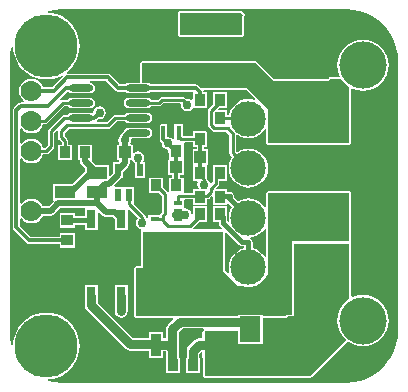
<source format=gtl>
%FSLAX25Y25*%
%MOIN*%
G70*
G01*
G75*
G04 Layer_Physical_Order=1*
G04 Layer_Color=255*
%ADD10R,0.05315X0.04528*%
%ADD11R,0.03150X0.05906*%
%ADD12R,0.03937X0.03937*%
%ADD13R,0.03543X0.03937*%
%ADD14R,0.03150X0.01181*%
%ADD15R,0.07000X0.08500*%
%ADD16R,0.03937X0.03543*%
%ADD17R,0.03740X0.07480*%
%ADD18R,0.26772X0.27165*%
%ADD19R,0.03937X0.03937*%
%ADD20R,0.09449X0.12992*%
%ADD21R,0.09449X0.03937*%
%ADD22O,0.08268X0.02362*%
%ADD23R,0.06693X0.04134*%
%ADD24R,0.02165X0.04134*%
%ADD25R,0.01575X0.04921*%
%ADD26R,0.04528X0.05315*%
%ADD27C,0.01000*%
%ADD28C,0.01200*%
%ADD29C,0.01500*%
%ADD30C,0.03000*%
%ADD31C,0.02500*%
%ADD32C,0.02000*%
%ADD33C,0.07000*%
%ADD34C,0.21000*%
%ADD35C,0.11811*%
%ADD36C,0.15748*%
%ADD37C,0.03000*%
G36*
X73351Y39136D02*
Y29793D01*
X72865Y29672D01*
X72782Y29829D01*
X71969Y30819D01*
X70978Y31632D01*
X69848Y32236D01*
X68723Y32578D01*
Y34554D01*
X68618Y35080D01*
X68320Y35527D01*
X67940Y35781D01*
X68061Y36266D01*
X68622Y36321D01*
X69848Y36693D01*
X70978Y37297D01*
X71969Y38110D01*
X72782Y39101D01*
X72865Y39257D01*
X73351Y39136D01*
D02*
G37*
G36*
X55475Y49635D02*
Y47131D01*
X60218D01*
Y47261D01*
X60680Y47452D01*
X61861Y46271D01*
X61307Y45234D01*
X60935Y44008D01*
X60809Y42732D01*
X60931Y41499D01*
X60699Y41390D01*
X60276Y41657D01*
Y42946D01*
X60218Y43240D01*
Y46569D01*
X55475D01*
Y41431D01*
X57524D01*
Y40918D01*
X57628Y40391D01*
X57927Y39945D01*
X58443Y39428D01*
X58252Y38966D01*
X49205D01*
X49014Y39428D01*
X51018Y41431D01*
X53525D01*
Y46569D01*
X48782D01*
Y44035D01*
X48284Y43986D01*
X48178Y44519D01*
X47714Y45214D01*
X47019Y45678D01*
X46200Y45841D01*
X46013Y45994D01*
Y46015D01*
X46013Y46015D01*
D01*
D01*
X46013Y46191D01*
Y46213D01*
Y46279D01*
X46013Y46369D01*
D01*
X46013Y46544D01*
X46013Y46544D01*
X46013D01*
Y48750D01*
D01*
Y48750D01*
X46142Y48878D01*
X48782D01*
Y47131D01*
X53525D01*
Y48504D01*
X53600Y48878D01*
X54029Y48964D01*
X54393Y49207D01*
X55013Y49827D01*
X55475Y49635D01*
D02*
G37*
G36*
X64291Y33580D02*
X64738Y33282D01*
X65264Y33177D01*
X65264Y33177D01*
X65970D01*
Y32578D01*
X64845Y32236D01*
X63715Y31632D01*
X62724Y30819D01*
X61911Y29829D01*
X61307Y28699D01*
X60935Y27472D01*
X60809Y26197D01*
X60935Y24922D01*
X61045Y24559D01*
X60616Y24302D01*
X59486Y25433D01*
Y37732D01*
X59948Y37924D01*
X64291Y33580D01*
D02*
G37*
G36*
X101000Y15665D02*
X100805Y15560D01*
X99514Y14501D01*
X98456Y13211D01*
X97669Y11739D01*
X97184Y10142D01*
X97020Y8480D01*
X97184Y6819D01*
X97669Y5222D01*
X98456Y3750D01*
X99514Y2459D01*
X99746Y2269D01*
X99770Y1770D01*
X88000Y-10000D01*
X53000D01*
Y5000D01*
X63900D01*
Y650D01*
X72100D01*
Y9351D01*
X79900D01*
X80359Y9541D01*
X80425Y9701D01*
X82000D01*
X82459Y9891D01*
X82649Y10350D01*
Y34000D01*
X101000D01*
Y15665D01*
D02*
G37*
G36*
Y35000D02*
X82000D01*
Y10350D01*
X79900D01*
Y10000D01*
X72100D01*
Y10350D01*
X63900D01*
Y10141D01*
X44500D01*
X43790Y10000D01*
X30000D01*
Y26000D01*
X58000D01*
X64000Y20000D01*
X65364D01*
X66071Y19785D01*
X67347Y19660D01*
X68622Y19785D01*
X69329Y20000D01*
X70000D01*
X70513Y20513D01*
X70978Y20762D01*
X71969Y21575D01*
X72782Y22565D01*
X73031Y23031D01*
X74000Y24000D01*
Y51000D01*
X101000D01*
Y35000D01*
D02*
G37*
G36*
X102250Y112090D02*
X104461Y111650D01*
X106596Y110925D01*
X108618Y109928D01*
X110493Y108675D01*
X112188Y107188D01*
X113675Y105493D01*
X114928Y103619D01*
X115925Y101596D01*
X116650Y99461D01*
X117089Y97250D01*
X117233Y95054D01*
X117226Y95000D01*
X117226Y95000D01*
Y5000D01*
X117233Y4946D01*
X117089Y2750D01*
X116650Y539D01*
X115925Y-1596D01*
X114928Y-3618D01*
X113675Y-5493D01*
X112188Y-7188D01*
X110493Y-8675D01*
X108618Y-9928D01*
X106596Y-10925D01*
X104461Y-11650D01*
X102250Y-12089D01*
X100054Y-12233D01*
X100000Y-12226D01*
X100000Y-12226D01*
X5000D01*
X5000Y-12226D01*
X4946Y-12233D01*
X2750Y-12089D01*
X539Y-11650D01*
X380Y-11596D01*
X442Y-11100D01*
X1742Y-10997D01*
X3441Y-10589D01*
X5055Y-9921D01*
X6545Y-9008D01*
X7873Y-7873D01*
X9008Y-6545D01*
X9921Y-5055D01*
X10589Y-3441D01*
X10997Y-1742D01*
X11134Y0D01*
X10997Y1742D01*
X10589Y3441D01*
X9921Y5055D01*
X9008Y6545D01*
X7873Y7873D01*
X6545Y9008D01*
X5055Y9921D01*
X3441Y10589D01*
X1742Y10997D01*
X0Y11134D01*
X-1742Y10997D01*
X-3441Y10589D01*
X-5055Y9921D01*
X-6545Y9008D01*
X-7873Y7873D01*
X-9008Y6545D01*
X-9921Y5055D01*
X-10589Y3441D01*
X-10997Y1742D01*
X-11100Y442D01*
X-11596Y380D01*
X-11650Y539D01*
X-12089Y2750D01*
X-12233Y4946D01*
X-12226Y5000D01*
Y95000D01*
X-12226Y95000D01*
X-12233Y95054D01*
X-12089Y97250D01*
X-11650Y99461D01*
X-11596Y99620D01*
X-11100Y99558D01*
X-10997Y98258D01*
X-10589Y96559D01*
X-9921Y94945D01*
X-9008Y93455D01*
X-7873Y92127D01*
X-6545Y90992D01*
X-5055Y90079D01*
X-3441Y89411D01*
X-1742Y89003D01*
X0Y88866D01*
X1742Y89003D01*
X3441Y89411D01*
X5055Y90079D01*
X5292Y90225D01*
X5602Y89832D01*
X1993Y86224D01*
X-1069D01*
X-1419Y87068D01*
X-2076Y87924D01*
X-2932Y88581D01*
X-3930Y88994D01*
X-5000Y89135D01*
X-6070Y88994D01*
X-7068Y88581D01*
X-7924Y87924D01*
X-8581Y87068D01*
X-8995Y86070D01*
X-9135Y85000D01*
X-8995Y83930D01*
X-8581Y82932D01*
X-7924Y82076D01*
X-7430Y81697D01*
X-7591Y81223D01*
X-8500D01*
X-8968Y81130D01*
X-9365Y80865D01*
X-10865Y79365D01*
X-11130Y78968D01*
X-11224Y78500D01*
Y39500D01*
X-11224Y39500D01*
X-11224D01*
X-11130Y39032D01*
X-10865Y38635D01*
X-6519Y34288D01*
X-6122Y34023D01*
X-5654Y33930D01*
X4431D01*
Y32782D01*
X9568D01*
Y37525D01*
X4431D01*
Y36377D01*
X-5147D01*
X-8777Y40007D01*
Y42409D01*
X-8303Y42570D01*
X-7924Y42076D01*
X-7068Y41419D01*
X-6070Y41006D01*
X-5000Y40865D01*
X-3930Y41006D01*
X-2932Y41419D01*
X-2076Y42076D01*
X-1419Y42932D01*
X-1238Y43369D01*
X1500D01*
X2124Y43493D01*
X2654Y43846D01*
X4676Y45869D01*
X12825D01*
Y45848D01*
X12825D01*
Y43223D01*
X9568D01*
Y44218D01*
X4431D01*
Y39475D01*
X9568D01*
Y40470D01*
X12825D01*
Y38743D01*
X17175D01*
Y44365D01*
X17637Y44556D01*
X18846Y43347D01*
X19376Y42993D01*
X20000Y42869D01*
X22120D01*
X22825Y42163D01*
Y38743D01*
X27175D01*
Y45486D01*
X27637Y45677D01*
X30514Y42800D01*
X30486Y42514D01*
X30022Y41819D01*
X29859Y41000D01*
X30022Y40181D01*
X30486Y39486D01*
X31181Y39022D01*
X31514Y38956D01*
Y26649D01*
X30000D01*
X29541Y26459D01*
X29351Y26000D01*
Y10000D01*
X29541Y9541D01*
X30000Y9351D01*
X42169D01*
X42361Y8889D01*
X40486Y7014D01*
X40022Y6319D01*
X39859Y5500D01*
Y2515D01*
X38994D01*
Y4714D01*
X34054D01*
Y2641D01*
X28887D01*
X17175Y14353D01*
Y20257D01*
X12825D01*
Y13152D01*
X12928D01*
X13022Y12681D01*
X13486Y11986D01*
X26486Y-1014D01*
X27181Y-1478D01*
X28000Y-1641D01*
X34054D01*
Y-3966D01*
X38994D01*
Y-1767D01*
X39739D01*
X39859Y-1887D01*
Y-3932D01*
X39782D01*
Y-9069D01*
X44525D01*
Y-3932D01*
X44141D01*
Y-1000D01*
Y4613D01*
X45387Y5859D01*
X52256D01*
X52534Y5443D01*
X52351Y5000D01*
Y4714D01*
X52006D01*
Y2515D01*
X50874D01*
X50055Y2352D01*
X49360Y1888D01*
X47332Y-140D01*
X46868Y-834D01*
X46705Y-1654D01*
Y-3932D01*
X46475D01*
Y-9069D01*
X51218D01*
Y-3932D01*
X50988D01*
Y-2540D01*
X51544Y-1984D01*
X52006Y-2175D01*
Y-3966D01*
X52351D01*
Y-10000D01*
X52541Y-10459D01*
X53000Y-10649D01*
X88000D01*
X88459Y-10459D01*
X100229Y1311D01*
X100236Y1327D01*
X100251Y1334D01*
X100251Y1334D01*
X100550Y1609D01*
D01*
D01*
D01*
Y1609D01*
X100805Y1400D01*
X102277Y613D01*
X103874Y129D01*
X105535Y-35D01*
X107197Y129D01*
X108794Y613D01*
X110266Y1400D01*
X111556Y2459D01*
X112615Y3750D01*
X113402Y5222D01*
X113887Y6819D01*
X114050Y8480D01*
X113887Y10142D01*
X113402Y11739D01*
X112615Y13211D01*
X111556Y14501D01*
X110266Y15560D01*
X108794Y16347D01*
X107197Y16832D01*
X105535Y16995D01*
X103874Y16832D01*
X102277Y16347D01*
X102078Y16241D01*
X101649Y16498D01*
Y34000D01*
X101459Y34459D01*
D01*
X101459Y34459D01*
Y34541D01*
X101459D01*
X101649Y35000D01*
Y51000D01*
X101459Y51459D01*
X101000Y51649D01*
X74000D01*
X73541Y51459D01*
X73351Y51000D01*
Y46329D01*
X72865Y46207D01*
X72782Y46364D01*
X71969Y47355D01*
X70978Y48168D01*
X69848Y48772D01*
X68622Y49144D01*
X67347Y49269D01*
X66071Y49144D01*
X64845Y48772D01*
X63808Y48217D01*
X62384Y49641D01*
X62455Y50000D01*
X62350Y50527D01*
X62052Y50973D01*
X61606Y51272D01*
X61079Y51376D01*
X60218D01*
Y52268D01*
X56808D01*
X56617Y52730D01*
X57293Y53407D01*
X57293Y53407D01*
X57536Y53771D01*
X57622Y54200D01*
X57622Y54200D01*
Y55032D01*
X60218D01*
Y60168D01*
X55475D01*
Y56699D01*
X55464Y56683D01*
X55378Y56253D01*
X55378Y56253D01*
Y54665D01*
X54995Y54281D01*
X54517Y54426D01*
X54478Y54619D01*
X54014Y55314D01*
X53622Y55576D01*
Y55654D01*
X53536Y56083D01*
X53525Y56099D01*
Y60168D01*
D01*
Y60168D01*
X53788Y60431D01*
X53919D01*
Y65569D01*
X52574D01*
Y66431D01*
X53525D01*
Y71569D01*
X48782D01*
Y70122D01*
X45465D01*
X45446Y70140D01*
Y74116D01*
X42672D01*
Y69041D01*
X42193Y68896D01*
X42114Y69014D01*
X41419Y69478D01*
X40600Y69641D01*
X40328Y69864D01*
Y74116D01*
X37554D01*
Y67994D01*
X38163D01*
X38480Y67608D01*
X38459Y67500D01*
X38622Y66681D01*
X39086Y65986D01*
X39781Y65522D01*
X40600Y65359D01*
X40975Y63475D01*
Y62432D01*
X40975D01*
Y62422D01*
X40621Y62068D01*
X40581D01*
Y56932D01*
X41926D01*
Y56068D01*
X40975D01*
Y51364D01*
X40496Y51219D01*
X40447Y51293D01*
X39025Y52715D01*
Y56068D01*
X34282D01*
Y50932D01*
X37636D01*
X38532Y50035D01*
Y44618D01*
X38107Y44193D01*
X37864Y43829D01*
X37824Y43632D01*
X33987D01*
Y42830D01*
X33562Y42546D01*
X33122Y42782D01*
Y42900D01*
X33122Y42900D01*
X33036Y43329D01*
X32793Y43693D01*
X32793Y43693D01*
X29038Y47448D01*
X29183Y47798D01*
X29183D01*
X29183Y47798D01*
Y53132D01*
X25817D01*
D01*
D01*
X25817Y53132D01*
X25442D01*
Y53132D01*
X22835D01*
X22644Y53593D01*
X24913Y55863D01*
X24917Y55869D01*
X25442D01*
Y57911D01*
X27303Y59772D01*
X27657Y60301D01*
X27781Y60925D01*
X27781Y60925D01*
X27781Y60925D01*
Y60925D01*
Y61932D01*
X28555D01*
X28986Y61286D01*
X29378Y61024D01*
Y59276D01*
X29378Y59276D01*
X29464Y58846D01*
X29557Y58706D01*
Y55869D01*
X32923D01*
Y61202D01*
X32489D01*
X32253Y61643D01*
X32478Y61981D01*
X32641Y62800D01*
X32478Y63619D01*
X32014Y64314D01*
X31319Y64778D01*
X30500Y64941D01*
X29681Y64778D01*
X29159Y64430D01*
X28718Y64665D01*
Y67068D01*
X28249D01*
X28013Y67510D01*
X28128Y67681D01*
X28291Y68500D01*
X28232Y68797D01*
X28549Y69184D01*
X33500D01*
X34195Y69322D01*
X34784Y69716D01*
X35178Y70305D01*
X35316Y71000D01*
X35178Y71695D01*
X34784Y72284D01*
X34195Y72678D01*
X33500Y72816D01*
X27595D01*
X26899Y72678D01*
X26310Y72284D01*
X25975Y71782D01*
X24996Y70803D01*
X24642Y70274D01*
X24572Y69918D01*
X24171Y69319D01*
X24009Y68500D01*
X24171Y67681D01*
X24286Y67510D01*
X24050Y67068D01*
X23581D01*
Y61932D01*
X24195D01*
X24325Y61618D01*
X24048Y61202D01*
X22077D01*
Y57641D01*
X21223Y56787D01*
X20761Y56979D01*
Y60415D01*
X16455D01*
X15136Y61734D01*
X15218Y61932D01*
X15218D01*
X15218Y61932D01*
Y67068D01*
X10475D01*
Y61932D01*
X11215D01*
Y61717D01*
X11339Y61092D01*
X11693Y60563D01*
X12868Y59387D01*
Y58176D01*
X8611Y53918D01*
X2239D01*
Y48584D01*
X2239Y48584D01*
X2239D01*
X2396Y48203D01*
X824Y46631D01*
X-1238D01*
X-1419Y47068D01*
X-2076Y47924D01*
X-2932Y48581D01*
X-3930Y48994D01*
X-5000Y49135D01*
X-6070Y48994D01*
X-7068Y48581D01*
X-7924Y47924D01*
X-8303Y47430D01*
X-8777Y47591D01*
Y62409D01*
X-8303Y62570D01*
X-7924Y62076D01*
X-7068Y61419D01*
X-6070Y61006D01*
X-5000Y60865D01*
X-3930Y61006D01*
X-2932Y61419D01*
X-2076Y62076D01*
X-1419Y62932D01*
X-1027Y63878D01*
X-0D01*
X0Y63878D01*
X429Y63964D01*
X793Y64207D01*
X2293Y65707D01*
X2536Y66071D01*
X2622Y66500D01*
X2622Y66500D01*
Y71035D01*
X3466Y71880D01*
X3907Y71644D01*
X3878Y71500D01*
X3878Y71500D01*
Y69500D01*
X3878Y69500D01*
X3964Y69071D01*
X4207Y68707D01*
X5032Y67882D01*
Y67068D01*
X3782D01*
Y61932D01*
X8525D01*
Y67068D01*
X7275D01*
Y68346D01*
X7275Y68347D01*
X7190Y68776D01*
X6947Y69139D01*
X6947Y69139D01*
X6121Y69965D01*
Y71035D01*
X7465Y72378D01*
X20500D01*
X20500Y72378D01*
X20929Y72464D01*
X21293Y72707D01*
X23465Y74878D01*
X26202D01*
X26310Y74716D01*
X26899Y74322D01*
X27595Y74184D01*
X33500D01*
X34195Y74322D01*
X34784Y74716D01*
X35178Y75305D01*
X35316Y76000D01*
X35178Y76695D01*
X34784Y77284D01*
X34195Y77678D01*
X33500Y77816D01*
X27595D01*
X26899Y77678D01*
X26310Y77284D01*
X26202Y77122D01*
X23000D01*
X22571Y77036D01*
X22207Y76793D01*
X22207Y76793D01*
X20035Y74622D01*
X16958D01*
X16813Y75100D01*
X16865Y75135D01*
X17357Y75627D01*
X17700Y75559D01*
X18519Y75722D01*
X19214Y76186D01*
X19678Y76881D01*
X19841Y77700D01*
X19678Y78519D01*
X19214Y79214D01*
X18519Y79678D01*
X17700Y79841D01*
X16881Y79678D01*
X16186Y79214D01*
X15722Y78519D01*
X15589Y77851D01*
X15127Y77660D01*
X15100Y77678D01*
X14405Y77816D01*
X8500D01*
X7805Y77678D01*
X7216Y77284D01*
X7107Y77122D01*
X6000D01*
X6000Y77122D01*
X5571Y77036D01*
X5207Y76793D01*
X5207Y76793D01*
X707Y72293D01*
X464Y71929D01*
X378Y71500D01*
X378Y71500D01*
Y66965D01*
X-465Y66122D01*
X-1027D01*
X-1419Y67068D01*
X-2076Y67924D01*
X-2932Y68581D01*
X-3930Y68994D01*
X-5000Y69135D01*
X-6070Y68994D01*
X-7068Y68581D01*
X-7924Y67924D01*
X-8303Y67430D01*
X-8777Y67591D01*
Y72409D01*
X-8303Y72570D01*
X-7924Y72076D01*
X-7068Y71419D01*
X-6070Y71005D01*
X-5000Y70865D01*
X-3930Y71005D01*
X-2932Y71419D01*
X-2076Y72076D01*
X-1419Y72932D01*
X-1027Y73878D01*
X-500D01*
X-500Y73878D01*
X-71Y73964D01*
X293Y74207D01*
X5965Y79878D01*
X7107D01*
X7216Y79716D01*
X7805Y79322D01*
X8500Y79184D01*
X14405D01*
X15100Y79322D01*
X15690Y79716D01*
X16083Y80305D01*
X16221Y81000D01*
X16083Y81695D01*
X15690Y82284D01*
X15100Y82678D01*
X14405Y82816D01*
X8500D01*
X7805Y82678D01*
X7216Y82284D01*
X7107Y82122D01*
X5500D01*
X5500Y82122D01*
X5071Y82036D01*
X4768Y81834D01*
X4450Y82220D01*
X6403Y84173D01*
X7216Y84716D01*
X7805Y84322D01*
X8500Y84184D01*
X14405D01*
X15100Y84322D01*
X15690Y84716D01*
X16083Y85305D01*
X16221Y86000D01*
X16083Y86695D01*
X15690Y87284D01*
X15100Y87678D01*
X14592Y87779D01*
X14641Y88276D01*
X19993D01*
X23135Y85135D01*
X23532Y84870D01*
X24000Y84777D01*
X26270D01*
X26310Y84716D01*
X26899Y84322D01*
X27595Y84184D01*
X33500D01*
X34195Y84322D01*
X34784Y84716D01*
X34825Y84777D01*
X48782D01*
Y84569D01*
X48782D01*
Y82265D01*
X48341Y82030D01*
X47819Y82378D01*
X47000Y82541D01*
X46621Y82466D01*
X46293Y82793D01*
X45929Y83036D01*
X45500Y83122D01*
X45500Y83122D01*
X38500D01*
X38071Y83036D01*
X37707Y82793D01*
X37707Y82793D01*
X37035Y82122D01*
X34893D01*
X34784Y82284D01*
X34195Y82678D01*
X33500Y82816D01*
X27595D01*
X26899Y82678D01*
X26310Y82284D01*
X25917Y81695D01*
X25778Y81000D01*
X25917Y80305D01*
X26310Y79716D01*
X26899Y79322D01*
X27595Y79184D01*
X33500D01*
X34195Y79322D01*
X34784Y79716D01*
X34893Y79878D01*
X37500D01*
X37500Y79878D01*
X37929Y79964D01*
X38293Y80207D01*
X38965Y80878D01*
X44560D01*
X44877Y80492D01*
X44859Y80400D01*
X45022Y79581D01*
X45486Y78886D01*
X46181Y78422D01*
X47000Y78259D01*
X47819Y78422D01*
X48514Y78886D01*
X48878Y79431D01*
X53525D01*
Y84569D01*
X52574D01*
X52360Y85021D01*
X52631Y85351D01*
X66731D01*
X69682Y82400D01*
X69425Y81971D01*
X68622Y82214D01*
X67347Y82340D01*
X66071Y82214D01*
X64845Y81842D01*
X63715Y81239D01*
X62724Y80426D01*
X61911Y79435D01*
X61307Y78305D01*
X60948Y77122D01*
X60218D01*
Y78569D01*
X57359D01*
X57167Y79030D01*
X57568Y79431D01*
X60218D01*
Y84569D01*
X55475D01*
Y80510D01*
X54182Y79217D01*
X53939Y78853D01*
X53853Y78424D01*
X53853Y78424D01*
Y73551D01*
X53853Y73551D01*
X53939Y73122D01*
X54182Y72758D01*
X55232Y71707D01*
X55232Y71707D01*
X55596Y71464D01*
X56025Y71378D01*
X56025Y71378D01*
X59935D01*
X61021Y70293D01*
Y64472D01*
X61021Y64472D01*
X61106Y64043D01*
X61349Y63679D01*
X62009Y63019D01*
X61911Y62900D01*
X61307Y61769D01*
X60935Y60543D01*
X60809Y59268D01*
X60935Y57992D01*
X61307Y56766D01*
X61911Y55636D01*
X62724Y54645D01*
X63715Y53832D01*
X64845Y53228D01*
X66071Y52856D01*
X67347Y52731D01*
X68622Y52856D01*
X69848Y53228D01*
X70978Y53832D01*
X71969Y54645D01*
X72782Y55636D01*
X73386Y56766D01*
X73758Y57992D01*
X73883Y59268D01*
X73758Y60543D01*
X73386Y61769D01*
X72782Y62900D01*
X71969Y63890D01*
X70978Y64703D01*
X69848Y65307D01*
X68622Y65679D01*
X67347Y65805D01*
X66071Y65679D01*
X64845Y65307D01*
X63715Y64703D01*
X63595Y64605D01*
X63264Y64937D01*
Y70155D01*
X63715Y70368D01*
X64845Y69764D01*
X66071Y69392D01*
X67347Y69266D01*
X68622Y69392D01*
X69848Y69764D01*
X70978Y70368D01*
X71969Y71181D01*
X72782Y72171D01*
X72865Y72328D01*
X73351Y72207D01*
Y67649D01*
X73541Y67190D01*
X74000Y67000D01*
X101000D01*
X101459Y67190D01*
X101649Y67649D01*
Y85502D01*
X102078Y85759D01*
X102277Y85653D01*
X103874Y85168D01*
X105535Y85005D01*
X107197Y85168D01*
X108794Y85653D01*
X110266Y86440D01*
X111556Y87499D01*
X112615Y88789D01*
X113402Y90261D01*
X113887Y91859D01*
X114050Y93520D01*
X113887Y95181D01*
X113402Y96778D01*
X112615Y98250D01*
X111556Y99541D01*
X110266Y100600D01*
X108794Y101386D01*
X107197Y101871D01*
X105535Y102035D01*
X103874Y101871D01*
X102277Y101386D01*
X100805Y100600D01*
X99514Y99541D01*
X98456Y98250D01*
X97669Y96778D01*
X97184Y95181D01*
X97020Y93520D01*
X97184Y91859D01*
X97669Y90261D01*
X97766Y90078D01*
X97509Y89649D01*
X94649D01*
X94530Y89600D01*
X94401D01*
X94310Y89509D01*
X94190Y89459D01*
X94141Y89340D01*
X94049Y89249D01*
X94000Y89129D01*
Y89000D01*
X76000D01*
X75909Y89091D01*
X70190Y94810D01*
X69731Y95000D01*
X32000D01*
X31541Y94810D01*
X31351Y94351D01*
Y87816D01*
X27595D01*
X26899Y87678D01*
X26310Y87284D01*
X26270Y87224D01*
X24507D01*
X21365Y90365D01*
X20968Y90630D01*
X20500Y90724D01*
X7000D01*
X6967Y90717D01*
X6749Y91167D01*
X7873Y92127D01*
X9008Y93455D01*
X9921Y94945D01*
X10589Y96559D01*
X10997Y98258D01*
X11134Y100000D01*
X10997Y101742D01*
X10589Y103441D01*
X9921Y105055D01*
X9008Y106545D01*
X7873Y107873D01*
X6545Y109008D01*
X5055Y109921D01*
X3441Y110589D01*
X1742Y110997D01*
X442Y111100D01*
X380Y111596D01*
X539Y111650D01*
X2750Y112090D01*
X4946Y112233D01*
X5000Y112226D01*
X100000D01*
X100054Y112233D01*
X102250Y112090D01*
D02*
G37*
G36*
X75541Y88541D02*
X76000Y88351D01*
X94000D01*
X94459Y88541D01*
X94649Y89000D01*
X98343D01*
X98456Y88789D01*
X99514Y87499D01*
X100805Y86440D01*
X101000Y86335D01*
Y67649D01*
X74000D01*
Y79000D01*
X67000Y86000D01*
X51530D01*
X50665Y86865D01*
X50268Y87130D01*
X49800Y87224D01*
X34825D01*
X34784Y87284D01*
X34195Y87678D01*
X33500Y87816D01*
X32000D01*
Y94351D01*
X69731D01*
X75541Y88541D01*
D02*
G37*
G36*
X48782Y66431D02*
X50127D01*
Y65569D01*
X48782D01*
Y60431D01*
D01*
D01*
X48782Y60431D01*
X48782Y60168D01*
X48782D01*
Y55032D01*
X50301D01*
X50522Y54619D01*
X50359Y53800D01*
X50522Y52981D01*
X50703Y52710D01*
X50467Y52268D01*
X48782D01*
Y51122D01*
X45718D01*
Y56068D01*
X44373D01*
Y56932D01*
X45718D01*
Y62068D01*
D01*
Y62068D01*
X45718Y62068D01*
Y62432D01*
X45718D01*
Y67568D01*
D01*
Y67568D01*
X46028Y67878D01*
X48782D01*
Y66431D01*
D02*
G37*
%LPC*%
G36*
X27175Y20257D02*
X22825D01*
Y13152D01*
X22859D01*
Y11500D01*
X23022Y10681D01*
X23486Y9986D01*
X24181Y9522D01*
X25000Y9359D01*
X25819Y9522D01*
X26514Y9986D01*
X26978Y10681D01*
X27141Y11500D01*
Y13152D01*
X27175D01*
Y20257D01*
D02*
G37*
G36*
X65000Y111649D02*
X44572D01*
X44452Y111600D01*
X44323D01*
X44232Y111509D01*
X44113Y111459D01*
X44063Y111340D01*
X43972Y111249D01*
X43780Y110787D01*
Y110657D01*
X43731Y110538D01*
X43780Y110419D01*
Y110290D01*
X43859Y110211D01*
X43909Y110091D01*
X44000Y110000D01*
Y109871D01*
Y103649D01*
X44190Y103190D01*
X44649Y103000D01*
X65351D01*
X65810Y103190D01*
X66000Y103649D01*
Y109871D01*
Y110000D01*
X66091Y110091D01*
X66141Y110211D01*
Y110340D01*
X66190Y110459D01*
X66141Y110579D01*
Y110708D01*
X66049Y110799D01*
X66000Y110918D01*
X65459Y111459D01*
X65000Y111649D01*
D02*
G37*
%LPD*%
G36*
X65541Y110459D02*
X65351Y110000D01*
Y103649D01*
X44649D01*
Y110000D01*
X44515Y110325D01*
X44459Y110459D01*
X44380Y110538D01*
X44572Y111000D01*
X65000D01*
X65541Y110459D01*
D02*
G37*
D10*
X36129Y99142D02*
D03*
Y91858D02*
D03*
X43613Y99142D02*
D03*
Y91858D02*
D03*
D11*
X25000Y42295D02*
D03*
X15000D02*
D03*
X25000Y16705D02*
D03*
X15000D02*
D03*
D12*
X51350Y63000D02*
D03*
X57650D02*
D03*
X43150Y59500D02*
D03*
X36850D02*
D03*
X19850Y64500D02*
D03*
X26150D02*
D03*
D13*
X51154Y69000D02*
D03*
X57846D02*
D03*
X57846Y57600D02*
D03*
X51153D02*
D03*
X51154Y49700D02*
D03*
X57846D02*
D03*
X48846Y-6500D02*
D03*
X42153D02*
D03*
X43346Y65000D02*
D03*
X36654D02*
D03*
X36654Y53500D02*
D03*
X43347D02*
D03*
X51154Y44000D02*
D03*
X57846D02*
D03*
X51154Y82000D02*
D03*
X57846D02*
D03*
X51154Y76000D02*
D03*
X57846D02*
D03*
X6154Y64500D02*
D03*
X12846D02*
D03*
D14*
X43839Y45000D02*
D03*
Y47559D02*
D03*
Y42441D02*
D03*
X36161D02*
D03*
Y47559D02*
D03*
Y45000D02*
D03*
D15*
X68000Y5500D02*
D03*
X84000D02*
D03*
D16*
X7000Y41846D02*
D03*
Y35153D02*
D03*
D17*
X36524Y374D02*
D03*
X54476D02*
D03*
D18*
X45500Y24783D02*
D03*
D19*
X50257Y92350D02*
D03*
Y98650D02*
D03*
D20*
X81417Y99000D02*
D03*
D21*
X58583D02*
D03*
Y108055D02*
D03*
Y89945D02*
D03*
D22*
X11453Y71000D02*
D03*
Y81000D02*
D03*
Y76000D02*
D03*
Y86000D02*
D03*
X30547Y71000D02*
D03*
Y76000D02*
D03*
Y81000D02*
D03*
Y86000D02*
D03*
D23*
X6185Y51251D02*
D03*
X16815Y51252D02*
D03*
X6185Y57748D02*
D03*
X16815D02*
D03*
D24*
X23760Y58535D02*
D03*
X31240D02*
D03*
X27500Y50465D02*
D03*
X23760D02*
D03*
X31240D02*
D03*
D25*
X41500Y77945D02*
D03*
X44059Y71055D02*
D03*
X38941D02*
D03*
D26*
X40358Y107000D02*
D03*
X47642D02*
D03*
D27*
X47000Y80400D02*
Y80500D01*
X45500Y82000D02*
X47000Y80500D01*
X38500Y82000D02*
X45500D01*
X7000Y73500D02*
X20500D01*
X23000Y76000D01*
X30500Y59276D02*
X31240Y58535D01*
X30500Y59276D02*
Y62800D01*
X38900Y42400D02*
Y43400D01*
Y41600D02*
Y42400D01*
X36161Y42441D02*
X36202Y42400D01*
X38900D01*
Y43400D02*
X39654Y44154D01*
X38900Y41600D02*
X40500Y40000D01*
X51154Y50000D02*
X53600D01*
X56500Y56253D02*
X57846Y57600D01*
X56500Y54200D02*
Y56253D01*
X55100Y52800D02*
X56500Y54200D01*
X55100Y52723D02*
Y52800D01*
X54975Y52598D02*
X55100Y52723D01*
X54975Y51375D02*
Y52598D01*
X53600Y50000D02*
X54975Y51375D01*
X51153Y57000D02*
X52500Y55654D01*
Y53800D02*
Y55654D01*
X62142Y64472D02*
Y70758D01*
X60400Y72500D02*
X62142Y70758D01*
X56025Y72500D02*
X60400D01*
X57846Y76000D02*
X67150D01*
X43839Y50000D02*
X50154D01*
X43839Y47559D02*
Y50000D01*
X48000Y40000D02*
X51154Y43154D01*
X32000Y41000D02*
Y42900D01*
X27500Y47400D02*
X32000Y42900D01*
X27500Y47400D02*
Y50465D01*
X23000Y76000D02*
X30547D01*
X5000Y71500D02*
X7000Y73500D01*
X5000Y69500D02*
Y71500D01*
Y69500D02*
X6154Y68347D01*
Y64500D02*
Y68347D01*
X5500Y81000D02*
X11453D01*
X-500Y75000D02*
X5500Y81000D01*
X-5000Y75000D02*
X-500D01*
X-5000Y65000D02*
X0D01*
X1500Y66500D01*
Y71500D01*
X6000Y76000D01*
X11453D01*
X39654Y44154D02*
Y50500D01*
X36654Y53500D02*
X39654Y50500D01*
X30547Y81000D02*
X37500D01*
X38500Y82000D01*
X40500Y40000D02*
X48000D01*
X51154Y43154D02*
Y44000D01*
X44059Y69941D02*
Y71055D01*
Y69941D02*
X45000Y69000D01*
X50154D01*
X67150Y76000D02*
X67347Y75803D01*
X62142Y64472D02*
X67347Y59268D01*
X54975Y73551D02*
X56025Y72500D01*
X54975Y73551D02*
Y78424D01*
X57846Y81296D01*
Y82000D01*
X57650Y63000D02*
Y68803D01*
D28*
X16000Y76000D02*
X17700Y77700D01*
X11453Y76000D02*
X16000D01*
X51153Y57600D02*
Y62803D01*
Y57000D02*
Y57600D01*
X30547Y86000D02*
X49800D01*
X51154Y84646D01*
Y82000D02*
Y84646D01*
X38941Y69059D02*
X43000Y65000D01*
X-10000Y78500D02*
X-8500Y80000D01*
X-10000Y39500D02*
Y78500D01*
Y39500D02*
X-5654Y35153D01*
X6500Y86000D02*
X11453D01*
X500Y80000D02*
X6500Y86000D01*
X-8500Y80000D02*
X500D01*
X2500Y85000D02*
X7000Y89500D01*
X20500D01*
X-5654Y35153D02*
X7000D01*
X24000Y86000D02*
X30547D01*
X20500Y89500D02*
X24000Y86000D01*
X-5000Y85000D02*
X2500D01*
X43150Y53697D02*
X43347Y53500D01*
X43150Y53697D02*
Y59500D01*
X43346Y59697D01*
Y65000D01*
X43000D02*
X43346D01*
X38941Y69059D02*
Y71055D01*
X51154Y69000D02*
X51350Y68803D01*
Y63000D02*
Y68803D01*
X51153Y62803D02*
X51350Y63000D01*
D29*
X33500Y65000D02*
X36654D01*
X57846Y44000D02*
X58900Y42946D01*
Y40918D02*
Y42946D01*
Y40918D02*
X65264Y34554D01*
X14551Y41846D02*
X15000Y42295D01*
X7000Y41846D02*
X14551D01*
X36654Y59697D02*
X36850Y59500D01*
X36654Y59697D02*
Y65000D01*
X36803Y65150D01*
Y74075D01*
X40674Y77945D01*
X41500D01*
X43445Y76000D01*
X50154D01*
X65264Y34554D02*
X67347D01*
X57846Y42971D02*
Y44000D01*
X67347Y26197D02*
Y34554D01*
X57846Y50000D02*
X61079D01*
X60079D02*
X67347Y42732D01*
X36161Y45000D02*
Y47559D01*
X54500Y70106D02*
X57650D01*
X54500D02*
Y71409D01*
X51154Y74756D02*
X54500Y71409D01*
X51154Y74756D02*
Y76000D01*
D30*
X50874Y374D02*
X54476D01*
X48846Y-1654D02*
X50874Y374D01*
X48846Y-6500D02*
Y-1654D01*
X25000Y11500D02*
Y16705D01*
X65500Y8000D02*
X68000Y5500D01*
X44500Y8000D02*
X65500D01*
X42000Y5500D02*
X44500Y8000D01*
X42000Y-1000D02*
Y5500D01*
Y-6346D02*
X42153Y-6500D01*
X42000Y-6346D02*
Y-1000D01*
X40626Y374D02*
X42000Y-1000D01*
X36524Y374D02*
X40626D01*
X36398Y500D02*
X36524Y374D01*
X28000Y500D02*
X36398D01*
X15000Y13500D02*
X28000Y500D01*
X15000Y13500D02*
Y16705D01*
D31*
X43300Y43700D02*
X46200D01*
D32*
X26150Y68500D02*
Y69650D01*
Y64500D02*
Y68500D01*
X16500Y71000D02*
X19850Y67650D01*
X20000Y44500D02*
X22795D01*
X16815Y47685D02*
X20000Y44500D01*
X16815Y47685D02*
Y51252D01*
X4000Y47500D02*
X16815D01*
X1500Y45000D02*
X4000Y47500D01*
X-5000Y45000D02*
X1500D01*
X5433Y58500D02*
X6185Y57748D01*
X-1500Y58500D02*
X5433D01*
X-5000Y55000D02*
X-1500Y58500D01*
X12846Y61717D02*
Y64500D01*
Y61717D02*
X16815Y57748D01*
X14748D02*
X16815D01*
X8251Y51251D02*
X14748Y57748D01*
X6185Y51251D02*
X8251D01*
X22795Y44500D02*
X25000Y42295D01*
X26150Y60925D02*
Y64500D01*
X23760Y58535D02*
X26150Y60925D01*
X23760Y57017D02*
Y58535D01*
X20824Y54081D02*
X23760Y57017D01*
X19644Y54081D02*
X20824D01*
X16815Y51252D02*
X19644Y54081D01*
X27500Y71000D02*
X30547D01*
X26150Y69650D02*
X27500Y71000D01*
X19850Y64500D02*
Y67650D01*
X11453Y71000D02*
X16500D01*
D33*
X-5000Y45000D02*
D03*
Y85000D02*
D03*
Y65000D02*
D03*
Y75000D02*
D03*
Y55000D02*
D03*
D34*
X0Y0D02*
D03*
Y100000D02*
D03*
D35*
X67347Y75803D02*
D03*
Y59268D02*
D03*
Y42732D02*
D03*
X89000Y26197D02*
D03*
Y59268D02*
D03*
Y75803D02*
D03*
Y42732D02*
D03*
X67347Y26197D02*
D03*
D36*
X105535Y93520D02*
D03*
Y8480D02*
D03*
D37*
X40600Y67500D02*
D03*
X47000Y80400D02*
D03*
X17700Y77700D02*
D03*
X30500Y62800D02*
D03*
X33500Y65000D02*
D03*
X52500Y53800D02*
D03*
X46200Y43700D02*
D03*
X32000Y41000D02*
D03*
X90000Y94000D02*
D03*
Y108000D02*
D03*
X27500Y98500D02*
D03*
Y108000D02*
D03*
X34000Y49500D02*
D03*
X25000Y11500D02*
D03*
X72000Y86000D02*
D03*
X52000Y105500D02*
D03*
Y109000D02*
D03*
X26150Y68500D02*
D03*
X19000D02*
D03*
M02*

</source>
